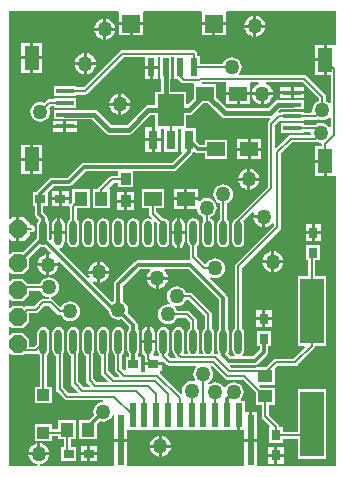
<source format=gtl>
G04 Layer_Physical_Order=1*
G04 Layer_Color=255*
%FSLAX43Y43*%
%MOMM*%
G71*
G01*
G75*
%ADD10O,0.600X2.050*%
%ADD11R,1.500X1.200*%
%ADD12R,0.800X0.900*%
%ADD13R,0.900X1.000*%
%ADD14R,1.100X1.250*%
%ADD15R,1.300X2.000*%
%ADD16R,1.500X0.400*%
%ADD17R,0.900X0.800*%
%ADD18R,0.800X1.600*%
%ADD19R,2.200X2.700*%
%ADD20R,2.000X5.500*%
%ADD21R,1.250X1.100*%
%ADD22R,0.600X4.200*%
%ADD23R,0.600X2.000*%
%ADD24R,1.000X1.000*%
%ADD25P,1.624X8X292.5*%
%ADD26R,0.600X1.500*%
%ADD27R,1.500X1.500*%
%ADD28C,0.200*%
%ADD29C,0.300*%
%ADD30C,0.400*%
%ADD31C,1.270*%
G36*
X69620Y91165D02*
Y88690D01*
X69617Y88687D01*
X69506Y88522D01*
X69467Y88327D01*
Y86877D01*
X69506Y86682D01*
X69548Y86619D01*
X69457Y86527D01*
X69429Y86546D01*
X69312Y86569D01*
X69312Y86569D01*
X69237D01*
X69190Y86657D01*
X69181Y86696D01*
X69217Y86877D01*
Y88327D01*
X69178Y88522D01*
X69067Y88687D01*
X69013Y88724D01*
Y89916D01*
X68990Y90033D01*
X68923Y90132D01*
X67399Y91656D01*
X67300Y91723D01*
X67183Y91746D01*
X67183Y91746D01*
X66817D01*
X66769Y91861D01*
X66636Y92036D01*
X66461Y92169D01*
X66258Y92254D01*
X66040Y92282D01*
X65822Y92254D01*
X65619Y92169D01*
X65444Y92036D01*
X65311Y91861D01*
X65226Y91658D01*
X65198Y91440D01*
X65226Y91222D01*
X65311Y91019D01*
X65427Y90867D01*
X65399Y90788D01*
X65365Y90747D01*
X65278Y90758D01*
X65060Y90730D01*
X64857Y90645D01*
X64682Y90512D01*
X64549Y90337D01*
X64464Y90134D01*
X64436Y89916D01*
X64464Y89698D01*
X64549Y89495D01*
X64682Y89320D01*
X64857Y89187D01*
X65060Y89102D01*
X65278Y89074D01*
X65496Y89102D01*
X65699Y89187D01*
X65874Y89320D01*
X66007Y89495D01*
X66055Y89610D01*
X66802D01*
X67131Y89281D01*
Y88724D01*
X67077Y88687D01*
X66966Y88522D01*
X66927Y88327D01*
Y86877D01*
X66963Y86696D01*
X66954Y86657D01*
X66907Y86569D01*
X66697D01*
X66650Y86657D01*
X66641Y86696D01*
X66677Y86877D01*
Y88327D01*
X66638Y88522D01*
X66527Y88687D01*
X66362Y88798D01*
X66167Y88837D01*
X65972Y88798D01*
X65807Y88687D01*
X65696Y88522D01*
X65657Y88327D01*
Y86877D01*
X65696Y86682D01*
X65807Y86517D01*
X65863Y86479D01*
X65884Y86370D01*
X65934Y86296D01*
X65892Y86169D01*
X65521D01*
X65250Y86440D01*
X65257Y86517D01*
X65368Y86682D01*
X65407Y86877D01*
Y88327D01*
X65368Y88522D01*
X65257Y88687D01*
X65092Y88798D01*
X64897Y88837D01*
X64702Y88798D01*
X64537Y88687D01*
X64426Y88522D01*
X64387Y88327D01*
Y86877D01*
X64426Y86682D01*
X64537Y86517D01*
X64552Y86506D01*
X64514Y86379D01*
X64102D01*
X64080Y86407D01*
X64045Y86506D01*
X64149Y86661D01*
X64192Y86877D01*
Y87475D01*
X63627D01*
X63062D01*
Y86877D01*
X63105Y86661D01*
X63228Y86478D01*
X63321Y86415D01*
Y86155D01*
X63321Y86155D01*
X63344Y86038D01*
X63353Y86025D01*
Y85852D01*
X64057D01*
X64761D01*
Y85897D01*
X64878Y85946D01*
X65178Y85647D01*
X65178Y85647D01*
X65277Y85580D01*
X65394Y85557D01*
X65394Y85557D01*
X67662D01*
X67688Y85479D01*
X67694Y85430D01*
X67562Y85257D01*
X67477Y85054D01*
X67449Y84836D01*
X67477Y84618D01*
X67562Y84415D01*
X67605Y84358D01*
X67531Y84257D01*
X67526Y84253D01*
X67310Y84281D01*
X67092Y84253D01*
X66889Y84168D01*
X66714Y84035D01*
X66581Y83860D01*
X66496Y83657D01*
X66468Y83439D01*
X66496Y83221D01*
X66502Y83209D01*
X66394Y83137D01*
X64605Y84925D01*
X64577Y84944D01*
X64616Y85071D01*
X64761D01*
Y85598D01*
X64057D01*
X63353D01*
Y85071D01*
X63249Y85015D01*
X63048D01*
X63007Y85125D01*
X63007D01*
Y86325D01*
X62714D01*
Y86514D01*
X62717Y86517D01*
X62828Y86682D01*
X62867Y86877D01*
Y88327D01*
X62828Y88522D01*
X62717Y88687D01*
X62714Y88690D01*
Y89027D01*
X62687Y89164D01*
X62609Y89279D01*
X61874Y90015D01*
X61901Y90079D01*
X61929Y90297D01*
X61901Y90515D01*
X61816Y90718D01*
X61683Y90893D01*
X61508Y91026D01*
X61444Y91053D01*
Y92308D01*
X62886Y93750D01*
X63745D01*
X63788Y93623D01*
X63755Y93598D01*
X63612Y93412D01*
X63523Y93196D01*
X63509Y93091D01*
X65269D01*
X65255Y93196D01*
X65166Y93412D01*
X65023Y93598D01*
X64990Y93623D01*
X65033Y93750D01*
X67035D01*
X69620Y91165D01*
D02*
G37*
G36*
X78014Y104469D02*
X78209Y104444D01*
X78251Y104414D01*
X78315Y104324D01*
X78313Y104316D01*
X78313Y104316D01*
Y104118D01*
X77715D01*
Y102991D01*
X78619D01*
Y102864D01*
X78746D01*
Y101610D01*
X79523D01*
X79552Y101495D01*
Y77095D01*
X72845D01*
Y79121D01*
X72291D01*
X71737D01*
Y77095D01*
X61845D01*
Y79121D01*
X61291D01*
X60737D01*
Y77095D01*
X54467D01*
X54459Y77222D01*
X54588Y77239D01*
X54804Y77328D01*
X54990Y77471D01*
X55133Y77657D01*
X55222Y77873D01*
X55236Y77978D01*
X53476D01*
X53490Y77873D01*
X53579Y77657D01*
X53722Y77471D01*
X53908Y77328D01*
X54124Y77239D01*
X54253Y77222D01*
X54245Y77095D01*
X51792D01*
Y86571D01*
X51909Y86620D01*
X52103Y86426D01*
X53053D01*
X53189Y86562D01*
X54102D01*
X54102Y86562D01*
X54219Y86585D01*
X54296Y86637D01*
X54377Y86517D01*
X54431Y86480D01*
Y83783D01*
X54037D01*
Y82383D01*
X55437D01*
Y83783D01*
X55043D01*
Y86480D01*
X55097Y86517D01*
X55208Y86682D01*
X55247Y86877D01*
Y88327D01*
X55208Y88522D01*
X55097Y88687D01*
X54932Y88798D01*
X54737Y88837D01*
X54542Y88798D01*
X54377Y88687D01*
X54266Y88522D01*
X54227Y88327D01*
Y87426D01*
X53975Y87174D01*
X53528D01*
Y87851D01*
X53053Y88326D01*
X52103D01*
X51909Y88132D01*
X51792Y88181D01*
Y88857D01*
X51909Y88906D01*
X52103Y88712D01*
X53053D01*
X53528Y89187D01*
Y89991D01*
X54102D01*
X54102Y89991D01*
X54219Y90014D01*
X54318Y90081D01*
X54864Y90626D01*
X55245D01*
X55918Y89954D01*
X56017Y89887D01*
X56134Y89864D01*
X56246D01*
X56294Y89749D01*
X56427Y89574D01*
X56602Y89441D01*
X56805Y89356D01*
X57023Y89328D01*
X57241Y89356D01*
X57444Y89441D01*
X57619Y89574D01*
X57752Y89749D01*
X57837Y89952D01*
X57865Y90170D01*
X57837Y90388D01*
X57752Y90591D01*
X57619Y90766D01*
X57444Y90899D01*
X57241Y90984D01*
X57023Y91012D01*
X56805Y90984D01*
X56602Y90899D01*
X56427Y90766D01*
X56307Y90609D01*
X56215Y90575D01*
X56170Y90567D01*
X55588Y91148D01*
X55489Y91215D01*
X55372Y91238D01*
X55363Y91247D01*
X55407Y91381D01*
X55463Y91388D01*
X55666Y91473D01*
X55841Y91606D01*
X55974Y91781D01*
X56059Y91984D01*
X56087Y92202D01*
X56059Y92420D01*
X55974Y92623D01*
X55841Y92798D01*
X55666Y92931D01*
X55463Y93016D01*
X55245Y93044D01*
X55027Y93016D01*
X54824Y92931D01*
X54649Y92798D01*
X54516Y92623D01*
X54468Y92508D01*
X53443D01*
X53053Y92898D01*
X52103D01*
X51909Y92704D01*
X51792Y92753D01*
Y93429D01*
X51909Y93478D01*
X52103Y93284D01*
X53053D01*
X53528Y93759D01*
Y94679D01*
X54490Y95641D01*
X54542Y95606D01*
X54737Y95567D01*
X54899Y95599D01*
X55414Y95084D01*
X55355Y94982D01*
X55345Y94974D01*
X55245Y94987D01*
Y94234D01*
X55998D01*
X55985Y94334D01*
X55993Y94344D01*
X56095Y94403D01*
X60251Y90247D01*
X60273Y90079D01*
X60358Y89876D01*
X60491Y89701D01*
X60666Y89568D01*
X60869Y89483D01*
X61087Y89455D01*
X61305Y89483D01*
X61369Y89510D01*
X62000Y88879D01*
Y88690D01*
X61997Y88687D01*
X61886Y88522D01*
X61847Y88327D01*
Y86877D01*
X61886Y86682D01*
X61997Y86517D01*
X62000Y86514D01*
Y86325D01*
X61707D01*
Y85209D01*
X61580Y85157D01*
X61393Y85344D01*
Y86480D01*
X61447Y86517D01*
X61558Y86682D01*
X61597Y86877D01*
Y88327D01*
X61558Y88522D01*
X61447Y88687D01*
X61282Y88798D01*
X61087Y88837D01*
X60892Y88798D01*
X60727Y88687D01*
X60616Y88522D01*
X60577Y88327D01*
Y86877D01*
X60616Y86682D01*
X60727Y86517D01*
X60781Y86480D01*
Y85217D01*
X60781Y85217D01*
X60804Y85100D01*
X60871Y85001D01*
X61185Y84686D01*
X61137Y84569D01*
X60771D01*
X60250Y85090D01*
Y86625D01*
X60288Y86682D01*
X60327Y86877D01*
Y88327D01*
X60288Y88522D01*
X60177Y88687D01*
X60012Y88798D01*
X59817Y88837D01*
X59622Y88798D01*
X59457Y88687D01*
X59346Y88522D01*
X59307Y88327D01*
Y86877D01*
X59346Y86682D01*
X59457Y86517D01*
X59622Y86406D01*
X59638Y86403D01*
Y84963D01*
X59638Y84963D01*
X59661Y84846D01*
X59728Y84747D01*
X60188Y84286D01*
X60140Y84169D01*
X59266D01*
X58980Y84455D01*
Y86625D01*
X59018Y86682D01*
X59057Y86877D01*
Y88327D01*
X59018Y88522D01*
X58907Y88687D01*
X58742Y88798D01*
X58547Y88837D01*
X58352Y88798D01*
X58187Y88687D01*
X58076Y88522D01*
X58037Y88327D01*
Y86877D01*
X58076Y86682D01*
X58187Y86517D01*
X58352Y86406D01*
X58368Y86403D01*
Y84328D01*
X58368Y84328D01*
X58391Y84211D01*
X58458Y84112D01*
X58707Y83862D01*
X58659Y83745D01*
X58166D01*
X57710Y84201D01*
Y86625D01*
X57748Y86682D01*
X57787Y86877D01*
Y88327D01*
X57748Y88522D01*
X57637Y88687D01*
X57472Y88798D01*
X57277Y88837D01*
X57082Y88798D01*
X56917Y88687D01*
X56806Y88522D01*
X56767Y88327D01*
Y86877D01*
X56806Y86682D01*
X56917Y86517D01*
X57082Y86406D01*
X57098Y86403D01*
Y84074D01*
X57098Y84074D01*
X57121Y83957D01*
X57188Y83858D01*
X57691Y83354D01*
X57643Y83237D01*
X56896D01*
X56440Y83693D01*
Y86625D01*
X56478Y86682D01*
X56517Y86877D01*
Y88327D01*
X56478Y88522D01*
X56367Y88687D01*
X56202Y88798D01*
X56007Y88837D01*
X55812Y88798D01*
X55647Y88687D01*
X55536Y88522D01*
X55497Y88327D01*
Y86877D01*
X55536Y86682D01*
X55647Y86517D01*
X55812Y86406D01*
X55828Y86403D01*
Y83566D01*
X55828Y83566D01*
X55851Y83449D01*
X55918Y83350D01*
X56553Y82715D01*
X56553Y82715D01*
X56652Y82648D01*
X56769Y82625D01*
X59770D01*
X59778Y82498D01*
X59599Y82475D01*
X59396Y82390D01*
X59221Y82257D01*
X59088Y82082D01*
X59003Y81879D01*
X58975Y81661D01*
X59003Y81443D01*
X59030Y81379D01*
X58613Y80962D01*
X57769D01*
Y79312D01*
X59269D01*
Y80608D01*
X59535Y80874D01*
X59599Y80847D01*
X59817Y80819D01*
X60035Y80847D01*
X60238Y80932D01*
X60413Y81065D01*
X60546Y81240D01*
X60610Y81394D01*
X60737Y81368D01*
Y79375D01*
X61291D01*
X61845D01*
Y80148D01*
X62664D01*
X62791Y80148D01*
Y80148D01*
X62791D01*
Y80148D01*
X64664D01*
X64791Y80148D01*
Y80148D01*
X64791D01*
Y80148D01*
X65664D01*
X65791Y80148D01*
Y80148D01*
X65791D01*
Y80148D01*
X66791D01*
Y80148D01*
X66791D01*
Y80148D01*
X67664D01*
X67791Y80148D01*
Y80148D01*
X67791D01*
Y80148D01*
X69664D01*
X69791Y80148D01*
Y80148D01*
X69791D01*
Y80148D01*
X70737D01*
Y80094D01*
X71164D01*
Y81348D01*
X71418D01*
Y80094D01*
X71737D01*
Y79375D01*
X72164D01*
Y81602D01*
X71845D01*
Y82602D01*
X71500D01*
X71494Y82621D01*
X71471Y82729D01*
X71595Y82891D01*
X71680Y83094D01*
X71708Y83312D01*
X71680Y83530D01*
X71595Y83733D01*
X71462Y83908D01*
X71287Y84041D01*
X71084Y84126D01*
X70866Y84154D01*
X70648Y84126D01*
X70445Y84041D01*
X70270Y83908D01*
X70150Y83751D01*
X70078Y83741D01*
X70007Y83751D01*
X69887Y83908D01*
X69712Y84041D01*
X69509Y84126D01*
X69291Y84154D01*
X69073Y84126D01*
X68870Y84041D01*
X68790Y83980D01*
X68661Y84041D01*
X68659Y84085D01*
X68712Y84107D01*
X68887Y84240D01*
X69020Y84415D01*
X69105Y84618D01*
X69133Y84836D01*
X69105Y85054D01*
X69020Y85257D01*
X68913Y85397D01*
X68955Y85526D01*
X69039Y85537D01*
X70103Y84474D01*
X70103Y84474D01*
X70202Y84407D01*
X70319Y84384D01*
X71619D01*
X72708Y83295D01*
Y82209D01*
X73227D01*
Y81280D01*
X73227Y81280D01*
X73250Y81163D01*
X73317Y81064D01*
X73935Y80445D01*
X73886Y80328D01*
X73822D01*
Y79028D01*
X75022D01*
Y79372D01*
X76270D01*
Y77695D01*
X78670D01*
Y83595D01*
X76270D01*
Y79984D01*
X75022D01*
Y80328D01*
X74827D01*
X74728Y80391D01*
X74705Y80508D01*
X74638Y80607D01*
X74638Y80607D01*
X73839Y81407D01*
Y82209D01*
X74358D01*
Y83709D01*
X73160D01*
X73027Y83842D01*
X73076Y83959D01*
X74358D01*
Y85355D01*
X74549Y85546D01*
X76073D01*
X76073Y85546D01*
X76190Y85569D01*
X76289Y85636D01*
X77686Y87033D01*
X77686Y87033D01*
X77753Y87132D01*
X77770Y87220D01*
X78670D01*
Y93120D01*
X77776D01*
Y94473D01*
X78197D01*
Y95773D01*
X76997D01*
Y94473D01*
X77164D01*
Y93120D01*
X76270D01*
Y87220D01*
X76842D01*
X76891Y87103D01*
X75946Y86158D01*
X74422D01*
X74422Y86158D01*
X74305Y86135D01*
X74206Y86068D01*
X74206Y86068D01*
X73596Y85459D01*
X72708D01*
Y85396D01*
X70612D01*
X70512Y85495D01*
X70565Y85622D01*
X72644D01*
X72781Y85649D01*
X72896Y85727D01*
X73658Y86489D01*
X73736Y86604D01*
X73763Y86741D01*
Y87185D01*
X74006D01*
Y88485D01*
X72806D01*
Y87185D01*
X73049D01*
Y86889D01*
X72496Y86336D01*
X71566D01*
X71527Y86463D01*
X71607Y86517D01*
X71718Y86682D01*
X71757Y86877D01*
Y88327D01*
X71718Y88522D01*
X71607Y88687D01*
X71553Y88724D01*
Y93853D01*
X74765Y97066D01*
X74765Y97066D01*
X74832Y97165D01*
X74855Y97282D01*
X74855Y97282D01*
Y103505D01*
X75819Y104469D01*
X77724D01*
X77724Y104469D01*
X77841Y104492D01*
X77886Y104522D01*
X78014Y104469D01*
D02*
G37*
G36*
X78053Y108204D02*
Y107965D01*
X77938Y107917D01*
X77763Y107784D01*
X77630Y107609D01*
X77545Y107406D01*
X77517Y107188D01*
X77529Y107097D01*
X77417Y106970D01*
X76769D01*
Y107064D01*
X74869D01*
Y106970D01*
X74706D01*
X74649Y107092D01*
X74813Y107256D01*
X75819D01*
X75858Y107264D01*
X76769D01*
Y108064D01*
X75858D01*
X75819Y108072D01*
X74644D01*
X74644Y108072D01*
X74488Y108041D01*
X74356Y107952D01*
X74356Y107952D01*
X73739Y107336D01*
X70273D01*
X69397Y108212D01*
Y109385D01*
X68213D01*
X68155Y109512D01*
X68187Y109549D01*
X70202D01*
X70243Y109439D01*
X70243Y109422D01*
Y108712D01*
X71247D01*
X72251D01*
Y109422D01*
X72251Y109439D01*
X72292Y109549D01*
X72952D01*
X72977Y109422D01*
X72831Y109362D01*
X72645Y109219D01*
X72502Y109033D01*
X72413Y108817D01*
X72399Y108712D01*
X74159D01*
X74145Y108817D01*
X74056Y109033D01*
X73913Y109219D01*
X73727Y109362D01*
X73581Y109422D01*
X73606Y109549D01*
X76708D01*
X78053Y108204D01*
D02*
G37*
G36*
X54516Y91781D02*
X54649Y91606D01*
X54824Y91473D01*
X55027Y91388D01*
X55206Y91365D01*
X55198Y91238D01*
X54737D01*
X54620Y91215D01*
X54521Y91148D01*
X54521Y91148D01*
X53975Y90603D01*
X53340D01*
X53223Y90580D01*
X53140Y90524D01*
X53053Y90612D01*
X52103D01*
X51909Y90418D01*
X51792Y90467D01*
Y91143D01*
X51909Y91192D01*
X52103Y90998D01*
X53053D01*
X53528Y91473D01*
Y91896D01*
X54468D01*
X54516Y91781D01*
D02*
G37*
G36*
X68401Y89789D02*
Y88724D01*
X68347Y88687D01*
X68236Y88522D01*
X68197Y88327D01*
Y86877D01*
X68233Y86696D01*
X68224Y86657D01*
X68177Y86569D01*
X67967D01*
X67920Y86657D01*
X67911Y86696D01*
X67947Y86877D01*
Y88327D01*
X67908Y88522D01*
X67797Y88687D01*
X67743Y88724D01*
Y89408D01*
X67743Y89408D01*
X67720Y89525D01*
X67653Y89624D01*
X67653Y89624D01*
X67145Y90132D01*
X67046Y90199D01*
X66929Y90222D01*
X66929Y90222D01*
X66055D01*
X66007Y90337D01*
X65891Y90489D01*
X65919Y90568D01*
X65953Y90609D01*
X66040Y90598D01*
X66258Y90626D01*
X66461Y90711D01*
X66636Y90844D01*
X66769Y91019D01*
X66817Y91134D01*
X67056D01*
X68401Y89789D01*
D02*
G37*
G36*
X79048Y106561D02*
X79069Y106554D01*
Y105762D01*
X79048Y105751D01*
X78942Y105729D01*
X78828Y105879D01*
X78653Y106012D01*
X78450Y106097D01*
X78232Y106125D01*
X78014Y106097D01*
X77811Y106012D01*
X77756Y105970D01*
X76769D01*
Y106064D01*
X74869D01*
Y105264D01*
X76769D01*
Y105358D01*
X77324D01*
X77390Y105283D01*
X77404Y105176D01*
X77320Y105081D01*
X75692D01*
X75575Y105058D01*
X75476Y104991D01*
X74464Y103980D01*
X74347Y104028D01*
Y105918D01*
X74742Y106313D01*
X74869Y106264D01*
Y106264D01*
X76769D01*
Y106358D01*
X77835D01*
X77835Y106358D01*
X77952Y106381D01*
X78018Y106425D01*
X78141Y106374D01*
X78359Y106346D01*
X78577Y106374D01*
X78780Y106459D01*
X78942Y106583D01*
X79048Y106561D01*
D02*
G37*
G36*
X65786Y109869D02*
X66101D01*
X66418Y109553D01*
X66418Y109553D01*
X66517Y109486D01*
X66634Y109463D01*
X66634Y109463D01*
X67402D01*
X67497Y109385D01*
Y108212D01*
X66959Y107674D01*
X66832Y107726D01*
Y108738D01*
X65494D01*
Y109869D01*
X65586D01*
Y111659D01*
X65786D01*
Y109869D01*
D02*
G37*
G36*
X79552Y112833D02*
X79523Y112718D01*
X78746D01*
Y111464D01*
Y110210D01*
X79069D01*
Y107822D01*
X79048Y107815D01*
X78942Y107793D01*
X78780Y107917D01*
X78665Y107965D01*
Y108331D01*
X78642Y108448D01*
X78575Y108547D01*
X77051Y110071D01*
X76952Y110138D01*
X76835Y110161D01*
X76835Y110161D01*
X71395D01*
X71332Y110288D01*
X71416Y110398D01*
X71501Y110601D01*
X71529Y110819D01*
X71501Y111037D01*
X71416Y111240D01*
X71283Y111415D01*
X71108Y111548D01*
X70905Y111633D01*
X70687Y111661D01*
X70469Y111633D01*
X70266Y111548D01*
X70091Y111415D01*
X69958Y111240D01*
X69910Y111125D01*
X67986D01*
Y111769D01*
X67792D01*
Y111965D01*
X67769Y112082D01*
X67702Y112181D01*
X67603Y112248D01*
X67486Y112271D01*
X61419D01*
X61302Y112248D01*
X61203Y112181D01*
X61203Y112181D01*
X58142Y109121D01*
X57506D01*
Y109215D01*
X55606D01*
Y108415D01*
X57506D01*
Y108509D01*
X58269D01*
X58269Y108509D01*
X58386Y108532D01*
X58485Y108599D01*
X61546Y111659D01*
X63332D01*
Y110946D01*
X63886D01*
X64440D01*
Y111659D01*
X64586D01*
Y109869D01*
X64678D01*
Y108738D01*
X64232D01*
Y107596D01*
X63627D01*
X63627Y107596D01*
X63471Y107565D01*
X63339Y107476D01*
X63339Y107476D01*
X61807Y105945D01*
X60494D01*
X59335Y107103D01*
X59203Y107192D01*
X59047Y107223D01*
X59047Y107223D01*
X56556D01*
X56517Y107215D01*
X55606D01*
Y106415D01*
X56517D01*
X56556Y106407D01*
X58878D01*
X60037Y105249D01*
X60037Y105249D01*
X60169Y105160D01*
X60325Y105129D01*
X60325Y105129D01*
X61976D01*
X61976Y105129D01*
X62132Y105160D01*
X62264Y105249D01*
X63796Y106780D01*
X64232D01*
Y105742D01*
X64159D01*
Y104815D01*
X64686D01*
Y105638D01*
X64932D01*
Y103688D01*
X66132D01*
Y105638D01*
X66432D01*
Y103688D01*
X66441D01*
X66490Y103571D01*
X65638Y102719D01*
X58166D01*
X58029Y102692D01*
X57914Y102614D01*
X56748Y101449D01*
X55499D01*
X55362Y101422D01*
X55247Y101344D01*
X54231Y100328D01*
X54208Y100295D01*
X53833D01*
Y99095D01*
X53999D01*
Y98425D01*
X54026Y98288D01*
X54104Y98173D01*
X54297Y97979D01*
X54377Y97887D01*
X54266Y97722D01*
X54227Y97527D01*
Y96388D01*
X53023Y95184D01*
X52103D01*
X51909Y94990D01*
X51792Y95039D01*
Y96269D01*
X51909Y96318D01*
X52076Y96151D01*
X52451D01*
Y97155D01*
Y98159D01*
X52076D01*
X51909Y97992D01*
X51792Y98041D01*
Y115594D01*
X61084D01*
X61182Y115523D01*
X61182Y115467D01*
Y114646D01*
X62186D01*
X63190D01*
Y115467D01*
X63190Y115523D01*
X63288Y115594D01*
X68084D01*
X68182Y115523D01*
X68182Y115467D01*
Y114646D01*
X69186D01*
X70190D01*
Y115467D01*
X70190Y115523D01*
X70288Y115594D01*
X79552D01*
Y112833D01*
D02*
G37*
G36*
X69816Y106640D02*
X69816Y106640D01*
X69948Y106551D01*
X70104Y106520D01*
X73904D01*
X73912Y106511D01*
X73966Y106402D01*
X73825Y106261D01*
X73758Y106162D01*
X73735Y106045D01*
X73735Y106045D01*
Y100711D01*
X71031Y98006D01*
X71004Y97966D01*
X70887Y97887D01*
X70776Y97722D01*
X70737Y97527D01*
Y96077D01*
X70776Y95882D01*
X70887Y95717D01*
X71052Y95606D01*
X71247Y95567D01*
X71442Y95606D01*
X71607Y95717D01*
X71718Y95882D01*
X71757Y96077D01*
Y97527D01*
X71718Y97722D01*
X71675Y97786D01*
X72480Y98590D01*
X72588Y98519D01*
X72540Y98403D01*
X72526Y98298D01*
X73406D01*
Y98171D01*
X73533D01*
Y97291D01*
X73638Y97305D01*
X73854Y97394D01*
X74040Y97537D01*
X74116Y97636D01*
X74243Y97593D01*
Y97409D01*
X71031Y94196D01*
X70964Y94097D01*
X70941Y93980D01*
X70941Y93980D01*
Y88724D01*
X70887Y88687D01*
X70776Y88522D01*
X70737Y88327D01*
Y86877D01*
X70776Y86682D01*
X70887Y86517D01*
X70967Y86463D01*
X70928Y86336D01*
X70633D01*
X70383Y86585D01*
X70448Y86682D01*
X70487Y86877D01*
Y88327D01*
X70448Y88522D01*
X70337Y88687D01*
X70334Y88690D01*
Y91313D01*
X70307Y91450D01*
X70229Y91565D01*
X68852Y92943D01*
X68924Y93050D01*
X69073Y92988D01*
X69291Y92960D01*
X69509Y92988D01*
X69712Y93073D01*
X69887Y93206D01*
X70020Y93381D01*
X70105Y93584D01*
X70133Y93802D01*
X70105Y94020D01*
X70020Y94223D01*
X69887Y94398D01*
X69712Y94531D01*
X69509Y94616D01*
X69291Y94644D01*
X69073Y94616D01*
X68870Y94531D01*
X68695Y94398D01*
X68564Y94227D01*
X68561Y94223D01*
X68414Y94198D01*
X67743Y94869D01*
Y95680D01*
X67797Y95717D01*
X67908Y95882D01*
X67947Y96077D01*
Y97527D01*
X67908Y97722D01*
X67797Y97887D01*
X67632Y97998D01*
X67437Y98037D01*
X67242Y97998D01*
X67077Y97887D01*
X66966Y97722D01*
X66927Y97527D01*
Y96077D01*
X66966Y95882D01*
X67077Y95717D01*
X67131Y95680D01*
Y94742D01*
X67131Y94742D01*
X67154Y94625D01*
X67177Y94591D01*
X67109Y94464D01*
X62738D01*
X62601Y94437D01*
X62486Y94359D01*
X60835Y92708D01*
X60757Y92593D01*
X60730Y92456D01*
Y91053D01*
X60666Y91026D01*
X60561Y90946D01*
X58914Y92594D01*
X58988Y92695D01*
X59204Y92606D01*
X59309Y92592D01*
Y93345D01*
X58556D01*
X58570Y93240D01*
X58659Y93024D01*
X58558Y92950D01*
X56105Y95402D01*
X56147Y95540D01*
X56223Y95555D01*
X56406Y95678D01*
X56529Y95861D01*
X56572Y96077D01*
Y96675D01*
X56007D01*
X55442D01*
Y96286D01*
X55320Y96232D01*
X55247Y96290D01*
Y97527D01*
X55208Y97722D01*
X55097Y97887D01*
X55094Y97890D01*
Y98044D01*
X55067Y98181D01*
X54989Y98296D01*
X54713Y98573D01*
Y99095D01*
X55133D01*
Y100221D01*
X55647Y100735D01*
X56896D01*
X57033Y100762D01*
X57148Y100840D01*
X58314Y102005D01*
X61072D01*
Y101652D01*
X60579D01*
X60579Y101652D01*
X60462Y101629D01*
X60363Y101562D01*
X59446Y100645D01*
X59379Y100546D01*
X59374Y100520D01*
X58912D01*
Y98870D01*
X60412D01*
Y100520D01*
X60352D01*
X60303Y100637D01*
X60706Y101040D01*
X61072D01*
Y100646D01*
X62372D01*
Y102005D01*
X65786D01*
X65923Y102032D01*
X66038Y102110D01*
X67284Y103356D01*
X67362Y103471D01*
X67389Y103608D01*
Y103688D01*
X67527D01*
X67582Y103634D01*
X67697Y103556D01*
X67834Y103529D01*
X68419D01*
Y103086D01*
X70319D01*
Y104686D01*
X68419D01*
Y104243D01*
X67982D01*
X67632Y104593D01*
Y105688D01*
X66832D01*
Y106780D01*
X67050D01*
X67050Y106780D01*
X67206Y106811D01*
X67338Y106900D01*
X68224Y107785D01*
X68670D01*
X69816Y106640D01*
D02*
G37*
%LPC*%
G36*
X65269Y92837D02*
X64516D01*
Y92084D01*
X64621Y92098D01*
X64837Y92187D01*
X65023Y92330D01*
X65166Y92516D01*
X65255Y92732D01*
X65269Y92837D01*
D02*
G37*
G36*
X63754Y88867D02*
Y87729D01*
X64192D01*
Y88327D01*
X64149Y88543D01*
X64026Y88726D01*
X63843Y88849D01*
X63754Y88867D01*
D02*
G37*
G36*
X63500D02*
X63411Y88849D01*
X63228Y88726D01*
X63105Y88543D01*
X63062Y88327D01*
Y87729D01*
X63500D01*
Y88867D01*
D02*
G37*
G36*
X64262Y92837D02*
X63509D01*
X63523Y92732D01*
X63612Y92516D01*
X63755Y92330D01*
X63941Y92187D01*
X64157Y92098D01*
X64262Y92084D01*
Y92837D01*
D02*
G37*
G36*
X74295Y95241D02*
Y94488D01*
X75048D01*
X75034Y94593D01*
X74945Y94809D01*
X74802Y94995D01*
X74616Y95138D01*
X74400Y95227D01*
X74295Y95241D01*
D02*
G37*
G36*
X74041D02*
X73936Y95227D01*
X73720Y95138D01*
X73534Y94995D01*
X73391Y94809D01*
X73302Y94593D01*
X73288Y94488D01*
X74041D01*
Y95241D01*
D02*
G37*
G36*
X77470Y96696D02*
X76943D01*
Y96119D01*
X77470D01*
Y96696D01*
D02*
G37*
G36*
X78251D02*
X77724D01*
Y96119D01*
X78251D01*
Y96696D01*
D02*
G37*
G36*
X77470Y97527D02*
X76943D01*
Y96950D01*
X77470D01*
Y97527D01*
D02*
G37*
G36*
X78251D02*
X77724D01*
Y96950D01*
X78251D01*
Y97527D01*
D02*
G37*
G36*
X54991Y94987D02*
X54886Y94973D01*
X54670Y94884D01*
X54484Y94741D01*
X54341Y94555D01*
X54252Y94339D01*
X54238Y94234D01*
X54991D01*
Y94987D01*
D02*
G37*
G36*
X54229Y78985D02*
X54124Y78971D01*
X53908Y78882D01*
X53722Y78739D01*
X53579Y78553D01*
X53490Y78337D01*
X53476Y78232D01*
X54229D01*
Y78985D01*
D02*
G37*
G36*
X59300Y78759D02*
X58723D01*
Y78232D01*
X59300D01*
Y78759D01*
D02*
G37*
G36*
X58469D02*
X57892D01*
Y78232D01*
X58469D01*
Y78759D01*
D02*
G37*
G36*
X54483Y78985D02*
Y78232D01*
X55236D01*
X55222Y78337D01*
X55133Y78553D01*
X54990Y78739D01*
X54804Y78882D01*
X54588Y78971D01*
X54483Y78985D01*
D02*
G37*
G36*
X72845Y81602D02*
X72418D01*
Y79375D01*
X72845D01*
Y81602D01*
D02*
G37*
G36*
X64770Y79620D02*
Y78867D01*
X65523D01*
X65509Y78972D01*
X65420Y79188D01*
X65277Y79374D01*
X65091Y79517D01*
X64875Y79606D01*
X64770Y79620D01*
D02*
G37*
G36*
X64516D02*
X64411Y79606D01*
X64195Y79517D01*
X64009Y79374D01*
X63866Y79188D01*
X63777Y78972D01*
X63763Y78867D01*
X64516D01*
Y79620D01*
D02*
G37*
G36*
X75076Y78682D02*
X74549D01*
Y78105D01*
X75076D01*
Y78682D01*
D02*
G37*
G36*
X58469Y77978D02*
X57892D01*
Y77451D01*
X58469D01*
Y77978D01*
D02*
G37*
G36*
X75076Y77851D02*
X74549D01*
Y77274D01*
X75076D01*
Y77851D01*
D02*
G37*
G36*
X74295D02*
X73768D01*
Y77274D01*
X74295D01*
Y77851D01*
D02*
G37*
G36*
X59300Y77978D02*
X58723D01*
Y77451D01*
X59300D01*
Y77978D01*
D02*
G37*
G36*
X74295Y78682D02*
X73768D01*
Y78105D01*
X74295D01*
Y78682D01*
D02*
G37*
G36*
X65523Y78613D02*
X64770D01*
Y77860D01*
X64875Y77874D01*
X65091Y77963D01*
X65277Y78106D01*
X65420Y78292D01*
X65509Y78508D01*
X65523Y78613D01*
D02*
G37*
G36*
X64516D02*
X63763D01*
X63777Y78508D01*
X63866Y78292D01*
X64009Y78106D01*
X64195Y77963D01*
X64411Y77874D01*
X64516Y77860D01*
Y78613D01*
D02*
G37*
G36*
X57519Y80962D02*
X56019D01*
Y80189D01*
X55437D01*
Y80583D01*
X54037D01*
Y79183D01*
X55437D01*
Y79577D01*
X56019D01*
Y79312D01*
X56463D01*
Y78705D01*
X56246D01*
Y77505D01*
X57546D01*
Y78705D01*
X57075D01*
Y79312D01*
X57519D01*
Y80962D01*
D02*
G37*
G36*
X55998Y93980D02*
X55245D01*
Y93227D01*
X55350Y93241D01*
X55566Y93330D01*
X55752Y93473D01*
X55895Y93659D01*
X55984Y93875D01*
X55998Y93980D01*
D02*
G37*
G36*
X54991D02*
X54238D01*
X54252Y93875D01*
X54341Y93659D01*
X54484Y93473D01*
X54670Y93330D01*
X54886Y93241D01*
X54991Y93227D01*
Y93980D01*
D02*
G37*
G36*
X74041Y94234D02*
X73288D01*
X73302Y94129D01*
X73391Y93913D01*
X73534Y93727D01*
X73720Y93584D01*
X73936Y93495D01*
X74041Y93481D01*
Y94234D01*
D02*
G37*
G36*
X75048D02*
X74295D01*
Y93481D01*
X74400Y93495D01*
X74616Y93584D01*
X74802Y93727D01*
X74945Y93913D01*
X75034Y94129D01*
X75048Y94234D01*
D02*
G37*
G36*
X73279Y89408D02*
X72752D01*
Y88831D01*
X73279D01*
Y89408D01*
D02*
G37*
G36*
X74060D02*
X73533D01*
Y88831D01*
X74060D01*
Y89408D01*
D02*
G37*
G36*
Y90239D02*
X73533D01*
Y89662D01*
X74060D01*
Y90239D01*
D02*
G37*
G36*
X73279D02*
X72752D01*
Y89662D01*
X73279D01*
Y90239D01*
D02*
G37*
G36*
X78492Y102737D02*
X77715D01*
Y101610D01*
X78492D01*
Y102737D01*
D02*
G37*
G36*
X75692Y108537D02*
X74815D01*
Y108210D01*
X75692D01*
Y108537D01*
D02*
G37*
G36*
X76823Y109118D02*
X75946D01*
Y108791D01*
X76823D01*
Y109118D01*
D02*
G37*
G36*
X75692D02*
X74815D01*
Y108791D01*
X75692D01*
Y109118D01*
D02*
G37*
G36*
X76823Y108537D02*
X75946D01*
Y108210D01*
X76823D01*
Y108537D01*
D02*
G37*
G36*
X73152Y108458D02*
X72399D01*
X72413Y108353D01*
X72502Y108137D01*
X72645Y107951D01*
X72831Y107808D01*
X73047Y107719D01*
X73152Y107705D01*
Y108458D01*
D02*
G37*
G36*
X72251D02*
X71374D01*
Y107731D01*
X72251D01*
Y108458D01*
D02*
G37*
G36*
X71120D02*
X70243D01*
Y107731D01*
X71120D01*
Y108458D01*
D02*
G37*
G36*
X74159D02*
X73406D01*
Y107705D01*
X73511Y107719D01*
X73727Y107808D01*
X73913Y107951D01*
X74056Y108137D01*
X74145Y108353D01*
X74159Y108458D01*
D02*
G37*
G36*
X53080Y98159D02*
X52705D01*
Y97155D01*
Y96151D01*
X53080D01*
X53582Y96653D01*
Y96849D01*
X53721D01*
X53838Y96872D01*
X53937Y96939D01*
X54004Y97038D01*
X54027Y97155D01*
X54004Y97272D01*
X53937Y97371D01*
X53838Y97438D01*
X53721Y97461D01*
X53582D01*
Y97657D01*
X53080Y98159D01*
D02*
G37*
G36*
X58166Y110998D02*
X57413D01*
X57427Y110893D01*
X57516Y110677D01*
X57659Y110491D01*
X57845Y110348D01*
X58061Y110259D01*
X58166Y110245D01*
Y110998D01*
D02*
G37*
G36*
X78492Y111337D02*
X77715D01*
Y110210D01*
X78492D01*
Y111337D01*
D02*
G37*
G36*
X64440Y110692D02*
X64013D01*
Y109815D01*
X64440D01*
Y110692D01*
D02*
G37*
G36*
X59173Y110998D02*
X58420D01*
Y110245D01*
X58525Y110259D01*
X58741Y110348D01*
X58927Y110491D01*
X59070Y110677D01*
X59159Y110893D01*
X59173Y110998D01*
D02*
G37*
G36*
X58166Y112005D02*
X58061Y111991D01*
X57845Y111902D01*
X57659Y111759D01*
X57516Y111573D01*
X57427Y111357D01*
X57413Y111252D01*
X58166D01*
Y112005D01*
D02*
G37*
G36*
X54660Y111488D02*
X53883D01*
Y110361D01*
X54660D01*
Y111488D01*
D02*
G37*
G36*
X53629D02*
X52852D01*
Y110361D01*
X53629D01*
Y111488D01*
D02*
G37*
G36*
X63759Y110692D02*
X63332D01*
Y109815D01*
X63759D01*
Y110692D01*
D02*
G37*
G36*
X57506Y108215D02*
X55606D01*
Y108121D01*
X55253D01*
X55253Y108121D01*
X55136Y108098D01*
X55037Y108031D01*
X54816Y107811D01*
X54701Y107859D01*
X54483Y107887D01*
X54265Y107859D01*
X54062Y107774D01*
X53887Y107641D01*
X53754Y107466D01*
X53669Y107263D01*
X53641Y107045D01*
X53669Y106827D01*
X53754Y106624D01*
X53887Y106449D01*
X54062Y106316D01*
X54265Y106231D01*
X54483Y106203D01*
X54701Y106231D01*
X54904Y106316D01*
X55079Y106449D01*
X55212Y106624D01*
X55297Y106827D01*
X55325Y107045D01*
X55297Y107263D01*
X55249Y107378D01*
X55380Y107509D01*
X55606D01*
Y107415D01*
X57506D01*
Y108215D01*
D02*
G37*
G36*
X61341Y108576D02*
Y107823D01*
X62094D01*
X62080Y107928D01*
X61991Y108144D01*
X61848Y108330D01*
X61662Y108473D01*
X61446Y108562D01*
X61341Y108576D01*
D02*
G37*
G36*
X61087D02*
X60982Y108562D01*
X60766Y108473D01*
X60580Y108330D01*
X60437Y108144D01*
X60348Y107928D01*
X60334Y107823D01*
X61087D01*
Y108576D01*
D02*
G37*
G36*
X58420Y112005D02*
Y111252D01*
X59173D01*
X59159Y111357D01*
X59070Y111573D01*
X58927Y111759D01*
X58741Y111902D01*
X58525Y111991D01*
X58420Y112005D01*
D02*
G37*
G36*
X70190Y114392D02*
X69313D01*
Y113515D01*
X70190D01*
Y114392D01*
D02*
G37*
G36*
X69059D02*
X68182D01*
Y113515D01*
X69059D01*
Y114392D01*
D02*
G37*
G36*
X63190Y114392D02*
X62313D01*
Y113515D01*
X63190D01*
Y114392D01*
D02*
G37*
G36*
X59817Y114926D02*
X59712Y114912D01*
X59496Y114823D01*
X59310Y114680D01*
X59167Y114494D01*
X59078Y114278D01*
X59064Y114173D01*
X59817D01*
Y114926D01*
D02*
G37*
G36*
X72771Y115180D02*
Y114427D01*
X73524D01*
X73510Y114532D01*
X73421Y114748D01*
X73278Y114934D01*
X73092Y115077D01*
X72876Y115166D01*
X72771Y115180D01*
D02*
G37*
G36*
X72517D02*
X72412Y115166D01*
X72196Y115077D01*
X72010Y114934D01*
X71867Y114748D01*
X71778Y114532D01*
X71764Y114427D01*
X72517D01*
Y115180D01*
D02*
G37*
G36*
X60071Y114926D02*
Y114173D01*
X60824D01*
X60810Y114278D01*
X60721Y114494D01*
X60578Y114680D01*
X60392Y114823D01*
X60176Y114912D01*
X60071Y114926D01*
D02*
G37*
G36*
X62059Y114392D02*
X61182D01*
Y113515D01*
X62059D01*
Y114392D01*
D02*
G37*
G36*
X54660Y112869D02*
X53883D01*
Y111742D01*
X54660D01*
Y112869D01*
D02*
G37*
G36*
X53629D02*
X52852D01*
Y111742D01*
X53629D01*
Y112869D01*
D02*
G37*
G36*
X78492Y112718D02*
X77715D01*
Y111591D01*
X78492D01*
Y112718D01*
D02*
G37*
G36*
X59817Y113919D02*
X59064D01*
X59078Y113814D01*
X59167Y113598D01*
X59310Y113412D01*
X59496Y113269D01*
X59712Y113180D01*
X59817Y113166D01*
Y113919D01*
D02*
G37*
G36*
X73524Y114173D02*
X72771D01*
Y113420D01*
X72876Y113434D01*
X73092Y113523D01*
X73278Y113666D01*
X73421Y113852D01*
X73510Y114068D01*
X73524Y114173D01*
D02*
G37*
G36*
X72517D02*
X71764D01*
X71778Y114068D01*
X71867Y113852D01*
X72010Y113666D01*
X72196Y113523D01*
X72412Y113434D01*
X72517Y113420D01*
Y114173D01*
D02*
G37*
G36*
X60824Y113919D02*
X60071D01*
Y113166D01*
X60176Y113180D01*
X60392Y113269D01*
X60578Y113412D01*
X60721Y113598D01*
X60810Y113814D01*
X60824Y113919D01*
D02*
G37*
G36*
X53629Y102888D02*
X52852D01*
Y101761D01*
X53629D01*
Y102888D01*
D02*
G37*
G36*
X54660D02*
X53883D01*
Y101761D01*
X54660D01*
Y102888D01*
D02*
G37*
G36*
X53629Y104269D02*
X52852D01*
Y103142D01*
X53629D01*
Y104269D01*
D02*
G37*
G36*
X54660D02*
X53883D01*
Y103142D01*
X54660D01*
Y104269D01*
D02*
G37*
G36*
X62094Y107569D02*
X61341D01*
Y106816D01*
X61446Y106830D01*
X61662Y106919D01*
X61848Y107062D01*
X61991Y107248D01*
X62080Y107464D01*
X62094Y107569D01*
D02*
G37*
G36*
X61087D02*
X60334D01*
X60348Y107464D01*
X60437Y107248D01*
X60580Y107062D01*
X60766Y106919D01*
X60982Y106830D01*
X61087Y106816D01*
Y107569D01*
D02*
G37*
G36*
X57560Y106269D02*
X56683D01*
Y105942D01*
X57560D01*
Y106269D01*
D02*
G37*
G36*
X56429D02*
X55552D01*
Y105942D01*
X56429D01*
Y106269D01*
D02*
G37*
G36*
X64686Y104561D02*
X64159D01*
Y103634D01*
X64686D01*
Y104561D01*
D02*
G37*
G36*
X63905D02*
X63378D01*
Y103634D01*
X63905D01*
Y104561D01*
D02*
G37*
G36*
X57560Y105688D02*
X56683D01*
Y105361D01*
X57560D01*
Y105688D01*
D02*
G37*
G36*
X56429D02*
X55552D01*
Y105361D01*
X56429D01*
Y105688D01*
D02*
G37*
G36*
X63905Y105742D02*
X63378D01*
Y104815D01*
X63905D01*
Y105742D01*
D02*
G37*
G36*
X69977Y100918D02*
X69759Y100890D01*
X69556Y100805D01*
X69381Y100672D01*
X69248Y100497D01*
X69163Y100294D01*
X69135Y100076D01*
X69163Y99858D01*
X69248Y99655D01*
X69381Y99480D01*
X69556Y99347D01*
X69671Y99299D01*
Y97924D01*
X69617Y97887D01*
X69506Y97722D01*
X69467Y97527D01*
Y96077D01*
X69506Y95882D01*
X69617Y95717D01*
X69782Y95606D01*
X69977Y95567D01*
X70172Y95606D01*
X70337Y95717D01*
X70448Y95882D01*
X70487Y96077D01*
Y97527D01*
X70448Y97722D01*
X70337Y97887D01*
X70283Y97924D01*
Y99299D01*
X70398Y99347D01*
X70573Y99480D01*
X70706Y99655D01*
X70791Y99858D01*
X70819Y100076D01*
X70791Y100294D01*
X70706Y100497D01*
X70573Y100672D01*
X70398Y100805D01*
X70195Y100890D01*
X69977Y100918D01*
D02*
G37*
G36*
X62357Y98037D02*
X62162Y97998D01*
X61997Y97887D01*
X61886Y97722D01*
X61847Y97527D01*
Y96077D01*
X61886Y95882D01*
X61997Y95717D01*
X62162Y95606D01*
X62357Y95567D01*
X62552Y95606D01*
X62717Y95717D01*
X62828Y95882D01*
X62867Y96077D01*
Y97527D01*
X62828Y97722D01*
X62717Y97887D01*
X62552Y97998D01*
X62357Y98037D01*
D02*
G37*
G36*
X61087D02*
X60892Y97998D01*
X60727Y97887D01*
X60616Y97722D01*
X60577Y97527D01*
Y96077D01*
X60616Y95882D01*
X60727Y95717D01*
X60892Y95606D01*
X61087Y95567D01*
X61282Y95606D01*
X61447Y95717D01*
X61558Y95882D01*
X61597Y96077D01*
Y97527D01*
X61558Y97722D01*
X61447Y97887D01*
X61282Y97998D01*
X61087Y98037D01*
D02*
G37*
G36*
X66040Y96675D02*
X65602D01*
Y96077D01*
X65645Y95861D01*
X65768Y95678D01*
X65951Y95555D01*
X66040Y95537D01*
Y96675D01*
D02*
G37*
G36*
X59817Y98037D02*
X59622Y97998D01*
X59457Y97887D01*
X59346Y97722D01*
X59307Y97527D01*
Y96077D01*
X59346Y95882D01*
X59457Y95717D01*
X59622Y95606D01*
X59817Y95567D01*
X60012Y95606D01*
X60177Y95717D01*
X60288Y95882D01*
X60327Y96077D01*
Y97527D01*
X60288Y97722D01*
X60177Y97887D01*
X60012Y97998D01*
X59817Y98037D01*
D02*
G37*
G36*
X58547D02*
X58352Y97998D01*
X58187Y97887D01*
X58076Y97722D01*
X58037Y97527D01*
Y96077D01*
X58076Y95882D01*
X58187Y95717D01*
X58352Y95606D01*
X58547Y95567D01*
X58742Y95606D01*
X58907Y95717D01*
X59018Y95882D01*
X59057Y96077D01*
Y97527D01*
X59018Y97722D01*
X58907Y97887D01*
X58742Y97998D01*
X58547Y98037D01*
D02*
G37*
G36*
X66732Y96675D02*
X66294D01*
Y95537D01*
X66383Y95555D01*
X66566Y95678D01*
X66689Y95861D01*
X66732Y96077D01*
Y96675D01*
D02*
G37*
G36*
X62426Y99369D02*
X61849D01*
Y98742D01*
X62426D01*
Y99369D01*
D02*
G37*
G36*
X66675Y99568D02*
X65798D01*
Y98841D01*
X66675D01*
Y99568D01*
D02*
G37*
G36*
X64952Y100495D02*
X63052D01*
Y98895D01*
X63696D01*
Y98431D01*
X63696Y98431D01*
X63719Y98314D01*
X63786Y98215D01*
X63905Y98095D01*
X63824Y97996D01*
X63822Y97998D01*
X63627Y98037D01*
X63432Y97998D01*
X63267Y97887D01*
X63156Y97722D01*
X63117Y97527D01*
Y96077D01*
X63156Y95882D01*
X63267Y95717D01*
X63432Y95606D01*
X63627Y95567D01*
X63822Y95606D01*
X63987Y95717D01*
X64098Y95882D01*
X64137Y96077D01*
Y97527D01*
X64098Y97722D01*
X64096Y97724D01*
X64195Y97805D01*
X64402Y97599D01*
X64387Y97527D01*
Y96077D01*
X64426Y95882D01*
X64537Y95717D01*
X64702Y95606D01*
X64897Y95567D01*
X65092Y95606D01*
X65257Y95717D01*
X65368Y95882D01*
X65407Y96077D01*
Y97527D01*
X65368Y97722D01*
X65257Y97887D01*
X65092Y97998D01*
X64897Y98037D01*
X64840Y98025D01*
X64308Y98558D01*
Y98895D01*
X64952D01*
Y100495D01*
D02*
G37*
G36*
X61595Y99369D02*
X61018D01*
Y98742D01*
X61595D01*
Y99369D01*
D02*
G37*
G36*
X68580Y99775D02*
X68362Y99747D01*
X68159Y99662D01*
X67984Y99529D01*
X67933Y99461D01*
X67806Y99505D01*
Y99568D01*
X66929D01*
Y98841D01*
X67750D01*
X67766Y98715D01*
X67851Y98512D01*
X67984Y98337D01*
X68159Y98204D01*
X68274Y98156D01*
Y97779D01*
X68236Y97722D01*
X68197Y97527D01*
Y96077D01*
X68236Y95882D01*
X68347Y95717D01*
X68512Y95606D01*
X68707Y95567D01*
X68902Y95606D01*
X69067Y95717D01*
X69178Y95882D01*
X69217Y96077D01*
Y97527D01*
X69178Y97722D01*
X69067Y97887D01*
X68902Y97998D01*
X68886Y98001D01*
Y98156D01*
X69001Y98204D01*
X69176Y98337D01*
X69309Y98512D01*
X69394Y98715D01*
X69422Y98933D01*
X69394Y99151D01*
X69309Y99354D01*
X69176Y99529D01*
X69001Y99662D01*
X68798Y99747D01*
X68580Y99775D01*
D02*
G37*
G36*
X61595Y100250D02*
X61018D01*
Y99623D01*
X61595D01*
Y100250D01*
D02*
G37*
G36*
X56056Y99568D02*
X55479D01*
Y99041D01*
X56056D01*
Y99568D01*
D02*
G37*
G36*
X58662Y100520D02*
X57162D01*
Y99378D01*
X57061Y99276D01*
X57014Y99206D01*
X56887Y99239D01*
Y99568D01*
X56310D01*
Y99041D01*
X56844D01*
X56887Y99041D01*
X56971Y98949D01*
Y97924D01*
X56917Y97887D01*
X56806Y97722D01*
X56767Y97527D01*
Y96077D01*
X56806Y95882D01*
X56917Y95717D01*
X57082Y95606D01*
X57277Y95567D01*
X57472Y95606D01*
X57637Y95717D01*
X57748Y95882D01*
X57787Y96077D01*
Y97527D01*
X57748Y97722D01*
X57637Y97887D01*
X57583Y97924D01*
Y98870D01*
X58662D01*
Y100520D01*
D02*
G37*
G36*
X73279Y98044D02*
X72526D01*
X72540Y97939D01*
X72629Y97723D01*
X72772Y97537D01*
X72958Y97394D01*
X73174Y97305D01*
X73279Y97291D01*
Y98044D01*
D02*
G37*
G36*
X55880Y98067D02*
X55791Y98049D01*
X55608Y97926D01*
X55485Y97743D01*
X55442Y97527D01*
Y96929D01*
X55880D01*
Y98067D01*
D02*
G37*
G36*
X66040D02*
X65951Y98049D01*
X65768Y97926D01*
X65645Y97743D01*
X65602Y97527D01*
Y96929D01*
X66040D01*
Y98067D01*
D02*
G37*
G36*
X56134D02*
Y96929D01*
X56572D01*
Y97527D01*
X56529Y97743D01*
X56406Y97926D01*
X56223Y98049D01*
X56134Y98067D01*
D02*
G37*
G36*
X66294D02*
Y96929D01*
X66732D01*
Y97527D01*
X66689Y97743D01*
X66566Y97926D01*
X66383Y98049D01*
X66294Y98067D01*
D02*
G37*
G36*
X60316Y93345D02*
X59563D01*
Y92592D01*
X59668Y92606D01*
X59884Y92695D01*
X60070Y92838D01*
X60213Y93024D01*
X60302Y93240D01*
X60316Y93345D01*
D02*
G37*
G36*
X59563Y94352D02*
Y93599D01*
X60316D01*
X60302Y93704D01*
X60213Y93920D01*
X60070Y94106D01*
X59884Y94249D01*
X59668Y94338D01*
X59563Y94352D01*
D02*
G37*
G36*
X59309D02*
X59204Y94338D01*
X58988Y94249D01*
X58802Y94106D01*
X58659Y93920D01*
X58570Y93704D01*
X58556Y93599D01*
X59309D01*
Y94352D01*
D02*
G37*
G36*
X72263Y102226D02*
Y101473D01*
X73016D01*
X73002Y101578D01*
X72913Y101794D01*
X72770Y101980D01*
X72584Y102123D01*
X72368Y102212D01*
X72263Y102226D01*
D02*
G37*
G36*
X73173Y103759D02*
X72296D01*
Y103032D01*
X73173D01*
Y103759D01*
D02*
G37*
G36*
X72042D02*
X71165D01*
Y103032D01*
X72042D01*
Y103759D01*
D02*
G37*
G36*
X72009Y102226D02*
X71904Y102212D01*
X71688Y102123D01*
X71502Y101980D01*
X71359Y101794D01*
X71270Y101578D01*
X71256Y101473D01*
X72009D01*
Y102226D01*
D02*
G37*
G36*
X56887Y100349D02*
X56310D01*
Y99822D01*
X56887D01*
Y100349D01*
D02*
G37*
G36*
X56056D02*
X55479D01*
Y99822D01*
X56056D01*
Y100349D01*
D02*
G37*
G36*
X62426Y100250D02*
X61849D01*
Y99623D01*
X62426D01*
Y100250D01*
D02*
G37*
G36*
X66675Y100549D02*
X65798D01*
Y99822D01*
X66675D01*
Y100549D01*
D02*
G37*
G36*
X73016Y101219D02*
X72263D01*
Y100466D01*
X72368Y100480D01*
X72584Y100569D01*
X72770Y100712D01*
X72913Y100898D01*
X73002Y101114D01*
X73016Y101219D01*
D02*
G37*
G36*
X72009D02*
X71256D01*
X71270Y101114D01*
X71359Y100898D01*
X71502Y100712D01*
X71688Y100569D01*
X71904Y100480D01*
X72009Y100466D01*
Y101219D01*
D02*
G37*
G36*
X67806Y100549D02*
X66929D01*
Y99822D01*
X67806D01*
Y100549D01*
D02*
G37*
G36*
X72042Y104740D02*
X71165D01*
Y104013D01*
X72042D01*
Y104740D01*
D02*
G37*
G36*
X73173D02*
X72296D01*
Y104013D01*
X73173D01*
Y104740D01*
D02*
G37*
%LPD*%
D10*
X54737Y87602D02*
D03*
X56007D02*
D03*
X57277D02*
D03*
X58547D02*
D03*
X59817D02*
D03*
X61087D02*
D03*
X62357D02*
D03*
X63627D02*
D03*
X64897D02*
D03*
X66167D02*
D03*
X67437D02*
D03*
X68707D02*
D03*
X69977D02*
D03*
X71247D02*
D03*
X54737Y96802D02*
D03*
X56007D02*
D03*
X57277D02*
D03*
X58547D02*
D03*
X59817D02*
D03*
X61087D02*
D03*
X62357D02*
D03*
X63627D02*
D03*
X64897D02*
D03*
X66167D02*
D03*
X67437D02*
D03*
X68707D02*
D03*
X69977D02*
D03*
X71247D02*
D03*
D11*
X69369Y103886D02*
D03*
X72169D02*
D03*
X64002Y99695D02*
D03*
X66802D02*
D03*
X68447Y108585D02*
D03*
X71247D02*
D03*
D12*
X77597Y95123D02*
D03*
Y96823D02*
D03*
X74422Y79678D02*
D03*
Y77978D02*
D03*
X73406Y89535D02*
D03*
Y87835D02*
D03*
D13*
X61722Y99496D02*
D03*
Y101346D02*
D03*
D14*
X59662Y99695D02*
D03*
X57912D02*
D03*
X56769Y80137D02*
D03*
X58519D02*
D03*
D15*
X78619Y102864D02*
D03*
Y111464D02*
D03*
X53756Y111615D02*
D03*
Y103015D02*
D03*
D16*
X75819Y108664D02*
D03*
Y107664D02*
D03*
Y106664D02*
D03*
Y105664D02*
D03*
X56556Y105815D02*
D03*
Y106815D02*
D03*
Y107815D02*
D03*
Y108815D02*
D03*
D17*
X58596Y78105D02*
D03*
X56896D02*
D03*
X56183Y99695D02*
D03*
X54483D02*
D03*
X64057Y85725D02*
D03*
X62357D02*
D03*
D18*
X67032Y104688D02*
D03*
X65532D02*
D03*
X64032D02*
D03*
D19*
X65532Y107188D02*
D03*
D20*
X77470Y80645D02*
D03*
Y90170D02*
D03*
D21*
X73533Y84709D02*
D03*
Y82959D02*
D03*
D22*
X61291Y79248D02*
D03*
X72291D02*
D03*
D23*
X62291Y81348D02*
D03*
X63291D02*
D03*
X64291D02*
D03*
X65291D02*
D03*
X66291D02*
D03*
X67291D02*
D03*
X68291D02*
D03*
X69291D02*
D03*
X70291D02*
D03*
X71291D02*
D03*
D24*
X54737Y79883D02*
D03*
Y83083D02*
D03*
D25*
X52578Y97155D02*
D03*
Y94234D02*
D03*
Y91948D02*
D03*
Y89662D02*
D03*
Y87376D02*
D03*
D26*
X67486Y110819D02*
D03*
X66286D02*
D03*
X65086D02*
D03*
X63886D02*
D03*
D27*
X69186Y114519D02*
D03*
X62186D02*
D03*
D28*
X71746Y84690D02*
X73505Y82931D01*
X59662Y99695D02*
Y100429D01*
X60579Y101346D01*
X61722D01*
X65532Y104815D02*
Y107188D01*
X56134Y83566D02*
X56769Y82931D01*
X56134Y83566D02*
Y86967D01*
X62611Y83439D02*
X63291Y82759D01*
Y81348D02*
Y82759D01*
X58039Y83439D02*
X62611D01*
X57404Y84074D02*
X58039Y83439D01*
X57404Y84074D02*
Y86967D01*
X58674Y84328D02*
Y86967D01*
X64291Y81348D02*
Y83156D01*
X59944Y84963D02*
Y86967D01*
X63584Y83863D02*
X64291Y83156D01*
X59139Y83863D02*
X63584D01*
X58674Y84328D02*
X59139Y83863D01*
X59944Y84963D02*
X60644Y84263D01*
X65291Y81348D02*
Y83172D01*
X61087Y85217D02*
Y87602D01*
Y85217D02*
X61595Y84709D01*
X63627Y86155D02*
X64057Y85725D01*
X63627Y86155D02*
Y87602D01*
X64897Y86360D02*
Y87602D01*
Y86360D02*
X65394Y85863D01*
X73505Y82931D02*
X73533Y82959D01*
X66167Y86487D02*
Y87602D01*
Y86487D02*
X66391Y86263D01*
X57101Y78105D02*
X57150Y78154D01*
X54737Y79883D02*
X56515D01*
X56769Y80137D01*
Y78437D02*
Y80137D01*
X58519D02*
Y80363D01*
X73533Y81280D02*
Y82959D01*
Y81280D02*
X74422Y80391D01*
Y79678D02*
Y80391D01*
Y79678D02*
X76503D01*
X77470Y80645D01*
X73533Y84709D02*
Y84963D01*
X74422Y85852D01*
X76073D01*
X77470Y87249D01*
Y90170D01*
Y94996D01*
X77597Y95123D01*
X57277Y99060D02*
X57912Y99695D01*
X64002Y98431D02*
Y99695D01*
Y98431D02*
X64897Y97536D01*
X67437Y94742D02*
Y96802D01*
Y94742D02*
X68377Y93802D01*
X55253Y107815D02*
X56556D01*
X54483Y107045D02*
X55253Y107815D01*
X75819Y105664D02*
X77851D01*
X78232Y105283D01*
X75819Y106664D02*
X77835D01*
X78359Y107188D01*
X66286Y110117D02*
Y110819D01*
X78359Y107188D02*
Y108331D01*
X67486Y110819D02*
Y111965D01*
X61419D02*
X67486D01*
X58269Y108815D02*
X61419Y111965D01*
X56556Y108815D02*
X58269D01*
X74041Y100584D02*
Y106045D01*
X74660Y106664D01*
X75819D01*
X67486Y110819D02*
X70687D01*
X64897Y96802D02*
Y97536D01*
X66167Y96802D02*
Y97663D01*
X55880Y96929D02*
X56007Y96802D01*
X69977D02*
Y100076D01*
X57277Y96802D02*
Y99060D01*
X68580Y96929D02*
Y98933D01*
Y96929D02*
X68707Y96802D01*
X71247Y87602D02*
Y93980D01*
X76835Y109855D02*
X78359Y108331D01*
X67910Y109769D02*
X67996Y109855D01*
X76835D01*
X66634Y109769D02*
X67910D01*
X66286Y110117D02*
X66634Y109769D01*
X71247Y97790D02*
X74041Y100584D01*
X71247Y96802D02*
Y97790D01*
X66802Y99695D02*
Y99786D01*
X74549Y97282D02*
Y103632D01*
X71247Y93980D02*
X74549Y97282D01*
Y103632D02*
X75692Y104775D01*
X77724D01*
X78232Y105283D01*
X78619Y102864D02*
Y104316D01*
X79375Y105072D01*
Y110708D01*
X78619Y111464D02*
X79375Y110708D01*
X60644Y84263D02*
X64200D01*
X65291Y83172D01*
X70485Y85090D02*
X73152D01*
X73533Y84709D01*
X70319Y84690D02*
X71746D01*
X69312Y86263D02*
X70485Y85090D01*
X69146Y85863D02*
X70319Y84690D01*
X68377Y93802D02*
X69291D01*
X66391Y86263D02*
X69312D01*
X65394Y85863D02*
X69146D01*
X67291Y81348D02*
X67310Y81367D01*
Y83439D01*
X69291Y81348D02*
Y83312D01*
X68291Y81348D02*
Y84836D01*
X61595Y84709D02*
X64389D01*
X66291Y82807D01*
Y81348D02*
Y82807D01*
X72291Y79037D02*
Y79248D01*
X67437Y87602D02*
Y89408D01*
X66929Y89916D02*
X67437Y89408D01*
X65278Y89916D02*
X66929D01*
X68707Y87602D02*
Y89916D01*
X67183Y91440D02*
X68707Y89916D01*
X66040Y91440D02*
X67183D01*
X54737Y87503D02*
Y87602D01*
X52578Y87376D02*
X53086Y86868D01*
X54737Y83083D02*
Y87503D01*
X56769Y82931D02*
X60708D01*
X62291Y81348D01*
X53086Y86868D02*
X54102D01*
X54737Y87503D01*
X60706Y90297D02*
X61087D01*
X54737Y96393D02*
Y96802D01*
Y96266D02*
Y96393D01*
X52578Y91948D02*
X53245Y92011D01*
X52832Y92202D02*
X55245D01*
X52578Y91948D02*
X52832Y92202D01*
X56134Y90170D02*
X57023D01*
X55372Y90932D02*
X56134Y90170D01*
X54737Y90932D02*
X55372D01*
X54102Y90297D02*
X54737Y90932D01*
X53340Y90297D02*
X54102D01*
X52705Y89662D02*
X53340Y90297D01*
X52578Y89662D02*
X52705D01*
X56769Y80518D02*
X57150D01*
X56769Y78437D02*
X57101Y78105D01*
X52578Y97155D02*
X53721D01*
D29*
X54737Y96802D02*
Y98044D01*
X54483Y99695D02*
Y100076D01*
X55499Y101092D01*
X56896D01*
X58166Y102362D01*
X65786D01*
X67032Y103608D01*
Y104688D01*
X67834Y103886D02*
X69369D01*
X67032Y104688D02*
X67834Y103886D01*
X54356Y98425D02*
Y99441D01*
X58519Y80363D02*
X59817Y81661D01*
X73406Y86741D02*
Y87835D01*
X70291Y81348D02*
Y82737D01*
X70866Y83312D01*
X54356Y98425D02*
X54737Y98044D01*
X61087Y90297D02*
X62357Y89027D01*
Y87602D02*
Y89027D01*
X69977Y87602D02*
Y91313D01*
Y86487D02*
X70485Y85979D01*
X72644D01*
X73406Y86741D01*
X61087Y90297D02*
Y92456D01*
X62738Y94107D01*
X67183D01*
X69977Y91313D01*
X54737Y96266D02*
X60706Y90297D01*
X52578Y94234D02*
X54737Y96393D01*
X69977Y86487D02*
Y87602D01*
X62357Y85725D02*
Y87602D01*
D30*
X68447Y108585D02*
X70104Y106928D01*
X67050Y107188D02*
X68447Y108585D01*
X74644Y107664D02*
X75819D01*
X73908Y106928D02*
X74644Y107664D01*
X70104Y106928D02*
X73908D01*
X65532Y107188D02*
X67050D01*
X63627D02*
X65532D01*
X61976Y105537D02*
X63627Y107188D01*
X60325Y105537D02*
X61976D01*
X59047Y106815D02*
X60325Y105537D01*
X56556Y106815D02*
X59047D01*
X65086Y107634D02*
Y110819D01*
Y107634D02*
X65532Y107188D01*
D31*
X73406Y98171D02*
D03*
X74168Y94361D02*
D03*
X64643Y78740D02*
D03*
X55118Y94107D02*
D03*
X64389Y92964D02*
D03*
X59436Y93472D02*
D03*
X72136Y101346D02*
D03*
X73279Y108585D02*
D03*
X72644Y114300D02*
D03*
X61214Y107696D02*
D03*
X58293Y111125D02*
D03*
X59944Y114046D02*
D03*
X59817Y81661D02*
D03*
X70866Y83312D02*
D03*
X68580Y98933D02*
D03*
X61087Y90297D02*
D03*
X69977Y100076D02*
D03*
X54483Y107045D02*
D03*
X78359Y107188D02*
D03*
X78232Y105283D02*
D03*
X70687Y110819D02*
D03*
X69291Y93802D02*
D03*
X67310Y83439D02*
D03*
X69291Y83312D02*
D03*
X68291Y84836D02*
D03*
X66040Y91440D02*
D03*
X65278Y89916D02*
D03*
X54356Y78105D02*
D03*
X57023Y90170D02*
D03*
X55245Y92202D02*
D03*
M02*

</source>
